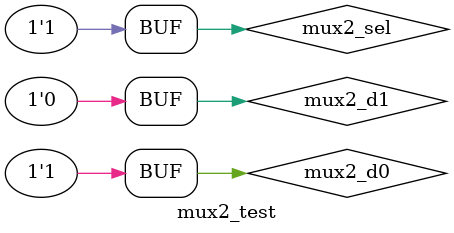
<source format=sv>
module mux2_test;

// Put your code here
// ------------------

 logic mux2_d0;          // Data input 0
    logic mux2_d1;          // Data input 1
    logic mux2_sel;         // Select input
    logic mux2_z;           // Output

	mux2 uut (
		.d0(mux2_d0),
		.d1(mux2_d1),
		.sel(mux2_sel),
		.z(mux2_z)
	);
initial begin

	//D0 0->1
		mux2_sel = 1'b0;
		mux2_d0 = 1'b0;
		mux2_d1 = 1'b0;
		#50;
		
		
		mux2_sel = 1'b0;
		mux2_d0 = 1'b1;
		mux2_d1 = 1'b0;
		#50;
		
		
		mux2_sel = 1'b0;
		mux2_d0 = 1'b0;
		mux2_d1 = 1'b0;
		#50;
		
	//D0 1->0	
		mux2_sel = 1'b0;
		mux2_d0 = 1'b1;
		mux2_d1 = 1'b0;
		#50;
		
		
		mux2_sel = 1'b0;
		mux2_d0 = 1'b0;
		mux2_d1 = 1'b0;
		#50;
		
		
		mux2_sel = 1'b0;
		mux2_d0 = 1'b1;
		mux2_d1 = 1'b0;
		#50;
		
		//D1 0->1
		
		
		mux2_sel = 1'b1;
		mux2_d0 = 1'b0;
		mux2_d1 = 1'b0;
		#50;
		
		
		mux2_sel = 1'b1;
		mux2_d0 = 1'b0;
		mux2_d1 = 1'b1;
		#50;
		
		
		mux2_sel = 1'b1;
		mux2_d0 = 1'b0;
		mux2_d1 = 1'b0;
		#50;
		
		
		//D1 1->0
		mux2_sel = 1'b1;
		mux2_d0 = 1'b0;
		mux2_d1 = 1'b1;
		#50;
		
		
		mux2_sel = 1'b1;
		mux2_d0 = 1'b0;
		mux2_d1 = 1'b0;
		#50;
		
		mux2_sel = 1'b1;
		mux2_d0 = 1'b0;
		mux2_d1 = 1'b1;
		#50;
		
		
		
		
		//S 0->1  D0 0 D1 1
		mux2_sel = 1'b0;
		mux2_d0 = 1'b0;
		mux2_d1 = 1'b1;
		#50;
		
		
		mux2_sel = 1'b1;
		mux2_d0 = 1'b0;
		mux2_d1 = 1'b1;
		#50;
		
		mux2_sel = 1'b0;
		mux2_d0 = 1'b0;
		mux2_d1 = 1'b1;
		#50;

		//S 1->0  D0 0 D1 1
		mux2_sel = 1'b1;
		mux2_d0 = 1'b0;
		mux2_d1 = 1'b1;
		#50;
		
		
		mux2_sel = 1'b0;
		mux2_d0 = 1'b0;
		mux2_d1 = 1'b1;
		#50;
		
		mux2_sel = 1'b1;
		mux2_d0 = 1'b0;
		mux2_d1 = 1'b1;
		#50;




		
		//S 0->1  D0 1 D1 0
		
		mux2_sel = 1'b0;
		mux2_d0 = 1'b1;
		mux2_d1 = 1'b0;
		#50;
		
		
		mux2_sel = 1'b1;
		mux2_d0 = 1'b1;
		mux2_d1 = 1'b0;
		#50;
		
		mux2_sel = 1'b1;
		mux2_d0 = 1'b1;
		mux2_d1 = 1'b0;
		#50;
		
		
		
		//S 1->0  D0 1 D1 0
				mux2_sel = 1'b1;
		mux2_d0 = 1'b1;
		mux2_d1 = 1'b0;
		#50;
		
		
		mux2_sel = 1'b0;
		mux2_d0 = 1'b1;
		mux2_d1 = 1'b0;
		#50;
		
		mux2_sel = 1'b1;
		mux2_d0 = 1'b1;
		mux2_d1 = 1'b0;
		#50;
		
		
		
		
		
		
end






// End of your code

endmodule





		

</source>
